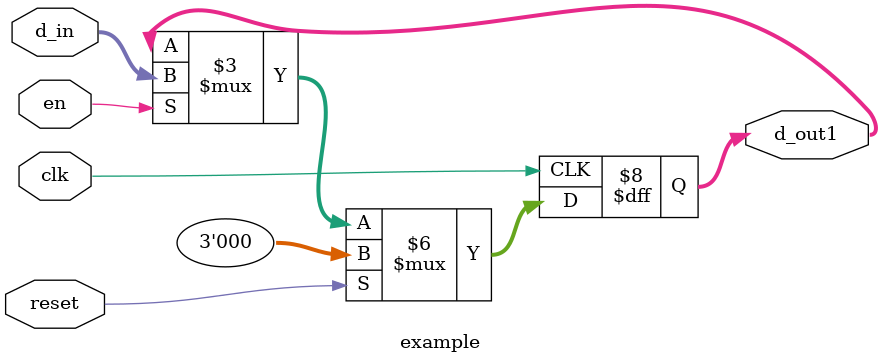
<source format=v>
module example (
  input clk,
  input reset,
  input [2:0] d_in,
  input en,
  output reg [2:0] d_out1
  );
  always @(posedge clk)begin 
    if(reset)
      d_out1 <= 0 ;
    else if(en)
      d_out1 <= d_in ;
    else
      d_out1 <= d_out1 ;  
  end
endmodule
</source>
